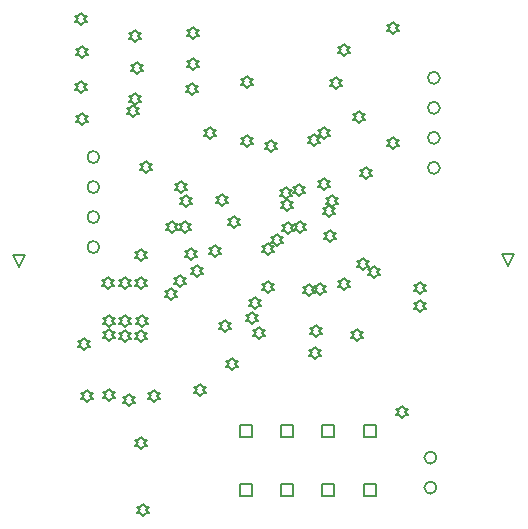
<source format=gbr>
%TF.GenerationSoftware,Altium Limited,Altium Designer,20.0.13 (296)*%
G04 Layer_Color=2752767*
%FSLAX25Y25*%
%MOIN*%
%TF.FileFunction,Drawing*%
%TF.Part,Single*%
G01*
G75*
%TA.AperFunction,NonConductor*%
%ADD61C,0.00500*%
%ADD80C,0.00667*%
D61*
X596453Y113033D02*
Y117033D01*
X600453D01*
Y113033D01*
X596453D01*
X582674D02*
Y117033D01*
X586674D01*
Y113033D01*
X582674D01*
X568894D02*
Y117033D01*
X572894D01*
Y113033D01*
X568894D01*
Y132718D02*
Y136718D01*
X572894D01*
Y132718D01*
X568894D01*
X582674D02*
Y136718D01*
X586674D01*
Y132718D01*
X582674D01*
X596453D02*
Y136718D01*
X600453D01*
Y132718D01*
X596453D01*
X610233D02*
Y136718D01*
X614233D01*
Y132718D01*
X610233D01*
Y113033D02*
Y117033D01*
X614233D01*
Y113033D01*
X610233D01*
X495469Y189607D02*
X493469Y193607D01*
X497469D01*
X495469Y189607D01*
X658523Y189869D02*
X656523Y193869D01*
X660523D01*
X658523Y189869D01*
X598907Y197863D02*
X599907Y198863D01*
X600907D01*
X599907Y199863D01*
X600907Y200863D01*
X599907D01*
X598907Y201863D01*
X597907Y200863D01*
X596907D01*
X597907Y199863D01*
X596907Y198863D01*
X597907D01*
X598907Y197863D01*
X599549Y209605D02*
X600550Y210605D01*
X601549D01*
X600550Y211605D01*
X601549Y212605D01*
X600550D01*
X599549Y213605D01*
X598550Y212605D01*
X597549D01*
X598550Y211605D01*
X597549Y210605D01*
X598550D01*
X599549Y209605D01*
X598553Y206143D02*
X599553Y207143D01*
X600553D01*
X599553Y208143D01*
X600553Y209143D01*
X599553D01*
X598553Y210143D01*
X597553Y209143D01*
X596553D01*
X597553Y208143D01*
X596553Y207143D01*
X597553D01*
X598553Y206143D01*
X597000Y215000D02*
X598000Y216000D01*
X599000D01*
X598000Y217000D01*
X599000Y218000D01*
X598000D01*
X597000Y219000D01*
X596000Y218000D01*
X595000D01*
X596000Y217000D01*
X595000Y216000D01*
X596000D01*
X597000Y215000D01*
X578505Y180768D02*
X579505Y181768D01*
X580505D01*
X579505Y182768D01*
X580505Y183768D01*
X579505D01*
X578505Y184768D01*
X577505Y183768D01*
X576505D01*
X577505Y182768D01*
X576505Y181768D01*
X577505D01*
X578505Y180768D01*
X566257Y155135D02*
X567257Y156135D01*
X568257D01*
X567257Y157135D01*
X568257Y158135D01*
X567257D01*
X566257Y159135D01*
X565257Y158135D01*
X564257D01*
X565257Y157135D01*
X564257Y156135D01*
X565257D01*
X566257Y155135D01*
X575311Y165361D02*
X576311Y166361D01*
X577311D01*
X576311Y167361D01*
X577311Y168361D01*
X576311D01*
X575311Y169361D01*
X574311Y168361D01*
X573311D01*
X574311Y167361D01*
X573311Y166361D01*
X574311D01*
X575311Y165361D01*
X592000Y179833D02*
X593000Y180833D01*
X594000D01*
X593000Y181833D01*
X594000Y182833D01*
X593000D01*
X592000Y183833D01*
X591000Y182833D01*
X590000D01*
X591000Y181833D01*
X590000Y180833D01*
X591000D01*
X592000Y179833D01*
X595668Y180206D02*
X596668Y181206D01*
X597668D01*
X596668Y182206D01*
X597668Y183206D01*
X596668D01*
X595668Y184206D01*
X594668Y183206D01*
X593668D01*
X594668Y182206D01*
X593668Y181206D01*
X594668D01*
X595668Y180206D01*
X573895Y175609D02*
X574895Y176609D01*
X575895D01*
X574895Y177609D01*
X575895Y178609D01*
X574895D01*
X573895Y179609D01*
X572895Y178609D01*
X571895D01*
X572895Y177609D01*
X571895Y176609D01*
X572895D01*
X573895Y175609D01*
X567000Y202500D02*
X568000Y203500D01*
X569000D01*
X568000Y204500D01*
X569000Y205500D01*
X568000D01*
X567000Y206500D01*
X566000Y205500D01*
X565000D01*
X566000Y204500D01*
X565000Y203500D01*
X566000D01*
X567000Y202500D01*
X554583Y186124D02*
X555583Y187124D01*
X556583D01*
X555583Y188124D01*
X556583Y189123D01*
X555583D01*
X554583Y190123D01*
X553583Y189123D01*
X552583D01*
X553583Y188124D01*
X552583Y187124D01*
X553583D01*
X554583Y186124D01*
X560797Y192669D02*
X561797Y193669D01*
X562797D01*
X561797Y194669D01*
X562797Y195669D01*
X561797D01*
X560797Y196669D01*
X559797Y195669D01*
X558797D01*
X559797Y194669D01*
X558797Y193669D01*
X559797D01*
X560797Y192669D01*
X552779Y191870D02*
X553779Y192870D01*
X554779D01*
X553779Y193870D01*
X554779Y194870D01*
X553779D01*
X552779Y195870D01*
X551779Y194870D01*
X550779D01*
X551779Y193870D01*
X550779Y192870D01*
X551779D01*
X552779Y191870D01*
X573182Y170442D02*
X574182Y171442D01*
X575182D01*
X574182Y172442D01*
X575182Y173442D01*
X574182D01*
X573182Y174442D01*
X572182Y173442D01*
X571182D01*
X572182Y172442D01*
X571182Y171442D01*
X572182D01*
X573182Y170442D01*
X562999Y209675D02*
X563999Y210675D01*
X564999D01*
X563999Y211675D01*
X564999Y212675D01*
X563999D01*
X562999Y213675D01*
X561999Y212675D01*
X560999D01*
X561999Y211675D01*
X560999Y210675D01*
X561999D01*
X562999Y209675D01*
X550662Y200863D02*
X551661Y201863D01*
X552662D01*
X551661Y202863D01*
X552662Y203863D01*
X551661D01*
X550662Y204863D01*
X549661Y203863D01*
X548662D01*
X549661Y202863D01*
X548662Y201863D01*
X549661D01*
X550662Y200863D01*
X601079Y248744D02*
X602079Y249744D01*
X603079D01*
X602079Y250744D01*
X603079Y251744D01*
X602079D01*
X601079Y252744D01*
X600079Y251744D01*
X599079D01*
X600079Y250744D01*
X599079Y249744D01*
X600079D01*
X601079Y248744D01*
X611007Y218676D02*
X612007Y219676D01*
X613007D01*
X612007Y220676D01*
X613007Y221676D01*
X612007D01*
X611007Y222676D01*
X610007Y221676D01*
X609007D01*
X610007Y220676D01*
X609007Y219676D01*
X610007D01*
X611007Y218676D01*
X546345Y200849D02*
X547345Y201849D01*
X548345D01*
X547345Y202849D01*
X548345Y203849D01*
X547345D01*
X546345Y204849D01*
X545345Y203849D01*
X544345D01*
X545345Y202849D01*
X544345Y201849D01*
X545345D01*
X546345Y200849D01*
X550892Y209401D02*
X551892Y210402D01*
X552892D01*
X551892Y211402D01*
X552892Y212402D01*
X551892D01*
X550892Y213402D01*
X549892Y212402D01*
X548892D01*
X549892Y211402D01*
X548892Y210402D01*
X549892D01*
X550892Y209401D01*
X578500Y193500D02*
X579500Y194500D01*
X580500D01*
X579500Y195500D01*
X580500Y196500D01*
X579500D01*
X578500Y197500D01*
X577500Y196500D01*
X576500D01*
X577500Y195500D01*
X576500Y194500D01*
X577500D01*
X578500Y193500D01*
X581463Y196422D02*
X582464Y197422D01*
X583463D01*
X582464Y198422D01*
X583463Y199422D01*
X582464D01*
X581463Y200422D01*
X580464Y199422D01*
X579463D01*
X580464Y198422D01*
X579463Y197422D01*
X580464D01*
X581463Y196422D01*
X584621Y208018D02*
X585621Y209018D01*
X586621D01*
X585621Y210018D01*
X586621Y211018D01*
X585621D01*
X584621Y212018D01*
X583621Y211018D01*
X582621D01*
X583621Y210018D01*
X582621Y209018D01*
X583621D01*
X584621Y208018D01*
X610056Y188386D02*
X611056Y189386D01*
X612056D01*
X611056Y190386D01*
X612056Y191386D01*
X611056D01*
X610056Y192386D01*
X609056Y191386D01*
X608056D01*
X609056Y190386D01*
X608056Y189386D01*
X609056D01*
X610056Y188386D01*
X549389Y214043D02*
X550389Y215043D01*
X551389D01*
X550389Y216043D01*
X551389Y217043D01*
X550389D01*
X549389Y218043D01*
X548389Y217043D01*
X547389D01*
X548389Y216043D01*
X547389Y215043D01*
X548389D01*
X549389Y214043D01*
X589024Y200985D02*
X590024Y201985D01*
X591024D01*
X590024Y202985D01*
X591024Y203985D01*
X590024D01*
X589024Y204985D01*
X588024Y203985D01*
X587024D01*
X588024Y202985D01*
X587024Y201985D01*
X588024D01*
X589024Y200985D01*
X588617Y213207D02*
X589617Y214207D01*
X590617D01*
X589617Y215207D01*
X590617Y216207D01*
X589617D01*
X588617Y217207D01*
X587617Y216207D01*
X586617D01*
X587617Y215207D01*
X586617Y214207D01*
X587617D01*
X588617Y213207D01*
X584271Y212098D02*
X585271Y213098D01*
X586271D01*
X585271Y214098D01*
X586271Y215098D01*
X585271D01*
X584271Y216098D01*
X583271Y215098D01*
X582271D01*
X583271Y214098D01*
X582271Y213098D01*
X583271D01*
X584271Y212098D01*
X585000Y200500D02*
X586000Y201500D01*
X587000D01*
X586000Y202500D01*
X587000Y203500D01*
X586000D01*
X585000Y204500D01*
X584000Y203500D01*
X583000D01*
X584000Y202500D01*
X583000Y201500D01*
X584000D01*
X585000Y200500D01*
X536098Y164442D02*
X537098Y165442D01*
X538098D01*
X537098Y166442D01*
X538098Y167442D01*
X537098D01*
X536098Y168442D01*
X535098Y167442D01*
X534098D01*
X535098Y166442D01*
X534098Y165442D01*
X535098D01*
X536098Y164442D01*
X536243Y169330D02*
X537243Y170330D01*
X538243D01*
X537243Y171330D01*
X538243Y172330D01*
X537243D01*
X536243Y173330D01*
X535243Y172330D01*
X534243D01*
X535243Y171330D01*
X534243Y170330D01*
X535243D01*
X536243Y169330D01*
X549060Y182862D02*
X550060Y183862D01*
X551060D01*
X550060Y184862D01*
X551060Y185862D01*
X550060D01*
X549060Y186862D01*
X548060Y185862D01*
X547060D01*
X548060Y184862D01*
X547060Y183862D01*
X548060D01*
X549060Y182862D01*
X607977Y164718D02*
X608977Y165718D01*
X609977D01*
X608977Y166718D01*
X609977Y167718D01*
X608977D01*
X607977Y168718D01*
X606977Y167718D01*
X605977D01*
X606977Y166718D01*
X605977Y165718D01*
X606977D01*
X607977Y164718D01*
X571460Y249135D02*
X572460Y250135D01*
X573460D01*
X572460Y251135D01*
X573460Y252135D01*
X572460D01*
X571460Y253135D01*
X570460Y252135D01*
X569460D01*
X570460Y251135D01*
X569460Y250135D01*
X570460D01*
X571460Y249135D01*
X525488Y164720D02*
X526487Y165720D01*
X527488D01*
X526487Y166720D01*
X527488Y167720D01*
X526487D01*
X525488Y168720D01*
X524487Y167720D01*
X523488D01*
X524487Y166720D01*
X523488Y165720D01*
X524487D01*
X525488Y164720D01*
X530724Y164383D02*
X531724Y165383D01*
X532724D01*
X531724Y166383D01*
X532724Y167383D01*
X531724D01*
X530724Y168383D01*
X529724Y167383D01*
X528724D01*
X529724Y166383D01*
X528724Y165383D01*
X529724D01*
X530724Y164383D01*
X531900Y143297D02*
X532900Y144297D01*
X533900D01*
X532900Y145297D01*
X533900Y146297D01*
X532900D01*
X531900Y147297D01*
X530900Y146297D01*
X529900D01*
X530900Y145297D01*
X529900Y144297D01*
X530900D01*
X531900Y143297D01*
X559179Y232178D02*
X560180Y233178D01*
X561179D01*
X560180Y234178D01*
X561179Y235178D01*
X560180D01*
X559179Y236178D01*
X558180Y235178D01*
X557179D01*
X558180Y234178D01*
X557179Y233178D01*
X558180D01*
X559179Y232178D01*
X536610Y106608D02*
X537609Y107608D01*
X538610D01*
X537609Y108608D01*
X538610Y109608D01*
X537609D01*
X536610Y110608D01*
X535609Y109608D01*
X534610D01*
X535609Y108608D01*
X534610Y107608D01*
X535609D01*
X536610Y106608D01*
X517109Y161801D02*
X518110Y162801D01*
X519109D01*
X518110Y163801D01*
X519109Y164801D01*
X518110D01*
X517109Y165800D01*
X516110Y164801D01*
X515109D01*
X516110Y163801D01*
X515109Y162801D01*
X516110D01*
X517109Y161801D01*
X596928Y232133D02*
X597928Y233133D01*
X598928D01*
X597928Y234133D01*
X598928Y235133D01*
X597928D01*
X596928Y236133D01*
X595928Y235133D01*
X594928D01*
X595928Y234133D01*
X594928Y233133D01*
X595928D01*
X596928Y232133D01*
X545942Y178578D02*
X546942Y179578D01*
X547942D01*
X546942Y180578D01*
X547942Y181578D01*
X546942D01*
X545942Y182578D01*
X544942Y181578D01*
X543942D01*
X544942Y180578D01*
X543942Y179578D01*
X544942D01*
X545942Y178578D01*
X535868Y182012D02*
X536868Y183012D01*
X537868D01*
X536868Y184012D01*
X537868Y185012D01*
X536868D01*
X535868Y186012D01*
X534868Y185012D01*
X533868D01*
X534868Y184012D01*
X533868Y183012D01*
X534868D01*
X535868Y182012D01*
X530754D02*
X531754Y183012D01*
X532754D01*
X531754Y184012D01*
X532754Y185012D01*
X531754D01*
X530754Y186012D01*
X529754Y185012D01*
X528754D01*
X529754Y184012D01*
X528754Y183012D01*
X529754D01*
X530754Y182012D01*
X525020D02*
X526020Y183012D01*
X527020D01*
X526020Y184012D01*
X527020Y185012D01*
X526020D01*
X525020Y186012D01*
X524020Y185012D01*
X523020D01*
X524020Y184012D01*
X523020Y183012D01*
X524020D01*
X525020Y182012D01*
X540353Y144526D02*
X541353Y145526D01*
X542353D01*
X541353Y146526D01*
X542353Y147526D01*
X541353D01*
X540353Y148526D01*
X539353Y147526D01*
X538353D01*
X539353Y146526D01*
X538353Y145526D01*
X539353D01*
X540353Y144526D01*
X555546Y146403D02*
X556546Y147403D01*
X557546D01*
X556546Y148403D01*
X557546Y149403D01*
X556546D01*
X555546Y150403D01*
X554546Y149403D01*
X553546D01*
X554546Y148403D01*
X553546Y147403D01*
X554546D01*
X555546Y146403D01*
X530822Y169539D02*
X531822Y170539D01*
X532822D01*
X531822Y171539D01*
X532822Y172539D01*
X531822D01*
X530822Y173539D01*
X529822Y172539D01*
X528822D01*
X529822Y171539D01*
X528822Y170539D01*
X529822D01*
X530822Y169539D01*
X525460Y169459D02*
X526460Y170459D01*
X527460D01*
X526460Y171459D01*
X527460Y172459D01*
X526460D01*
X525460Y173459D01*
X524460Y172459D01*
X523460D01*
X524460Y171459D01*
X523460Y170459D01*
X524460D01*
X525460Y169459D01*
X620022Y228882D02*
X621022Y229882D01*
X622022D01*
X621022Y230882D01*
X622022Y231882D01*
X621022D01*
X620022Y232882D01*
X619022Y231882D01*
X618022D01*
X619022Y230882D01*
X618022Y229882D01*
X619022D01*
X620022Y228882D01*
X533864Y243607D02*
X534864Y244607D01*
X535864D01*
X534864Y245607D01*
X535864Y246607D01*
X534864D01*
X533864Y247607D01*
X532864Y246607D01*
X531864D01*
X532864Y245607D01*
X531864Y244607D01*
X532864D01*
X533864Y243607D01*
X553138Y246837D02*
X554138Y247837D01*
X555138D01*
X554138Y248837D01*
X555138Y249837D01*
X554138D01*
X553138Y250837D01*
X552138Y249837D01*
X551138D01*
X552138Y248837D01*
X551138Y247837D01*
X552138D01*
X553138Y246837D01*
X553455Y255251D02*
X554455Y256251D01*
X555455D01*
X554455Y257251D01*
X555455Y258251D01*
X554455D01*
X553455Y259251D01*
X552455Y258251D01*
X551455D01*
X552455Y257251D01*
X551455Y256251D01*
X552455D01*
X553455Y255251D01*
X533209Y239490D02*
X534209Y240490D01*
X535209D01*
X534209Y241490D01*
X535209Y242490D01*
X534209D01*
X533209Y243490D01*
X532209Y242490D01*
X531209D01*
X532209Y241490D01*
X531209Y240490D01*
X532209D01*
X533209Y239490D01*
X534004Y264329D02*
X535004Y265329D01*
X536004D01*
X535004Y266329D01*
X536004Y267329D01*
X535004D01*
X534004Y268329D01*
X533004Y267329D01*
X532004D01*
X533004Y266329D01*
X532004Y265329D01*
X533004D01*
X534004Y264329D01*
X534770Y253898D02*
X535771Y254897D01*
X536770D01*
X535771Y255897D01*
X536770Y256897D01*
X535771D01*
X534770Y257897D01*
X533771Y256897D01*
X532770D01*
X533771Y255897D01*
X532770Y254897D01*
X533771D01*
X534770Y253898D01*
X594007Y158716D02*
X595007Y159716D01*
X596007D01*
X595007Y160716D01*
X596007Y161716D01*
X595007D01*
X594007Y162716D01*
X593007Y161716D01*
X592007D01*
X593007Y160716D01*
X592007Y159716D01*
X593007D01*
X594007Y158716D01*
X516063Y269997D02*
X517063Y270997D01*
X518063D01*
X517063Y271997D01*
X518063Y272997D01*
X517063D01*
X516063Y273997D01*
X515063Y272997D01*
X514063D01*
X515063Y271997D01*
X514063Y270997D01*
X515063D01*
X516063Y269997D01*
X516425Y259227D02*
X517425Y260227D01*
X518425D01*
X517425Y261227D01*
X518425Y262227D01*
X517425D01*
X516425Y263227D01*
X515425Y262227D01*
X514425D01*
X515425Y261227D01*
X514425Y260227D01*
X515425D01*
X516425Y259227D01*
X516031Y247464D02*
X517031Y248464D01*
X518031D01*
X517031Y249464D01*
X518031Y250464D01*
X517031D01*
X516031Y251464D01*
X515031Y250464D01*
X514031D01*
X515031Y249464D01*
X514031Y248464D01*
X515031D01*
X516031Y247464D01*
X516379Y236966D02*
X517379Y237966D01*
X518379D01*
X517379Y238966D01*
X518379Y239966D01*
X517379D01*
X516379Y240966D01*
X515379Y239966D01*
X514379D01*
X515379Y238966D01*
X514379Y237966D01*
X515379D01*
X516379Y236966D01*
X537640Y220783D02*
X538640Y221783D01*
X539641D01*
X538640Y222783D01*
X539641Y223783D01*
X538640D01*
X537640Y224783D01*
X536641Y223783D01*
X535640D01*
X536641Y222783D01*
X535640Y221783D01*
X536641D01*
X537640Y220783D01*
X608696Y237446D02*
X609696Y238446D01*
X610696D01*
X609696Y239446D01*
X610696Y240446D01*
X609696D01*
X608696Y241446D01*
X607696Y240446D01*
X606696D01*
X607696Y239446D01*
X606696Y238446D01*
X607696D01*
X608696Y237446D01*
X629082Y180595D02*
X630082Y181595D01*
X631082D01*
X630082Y182595D01*
X631082Y183595D01*
X630082D01*
X629082Y184595D01*
X628082Y183595D01*
X627082D01*
X628082Y182595D01*
X627082Y181595D01*
X628082D01*
X629082Y180595D01*
X628868Y174372D02*
X629868Y175372D01*
X630868D01*
X629868Y176372D01*
X630868Y177372D01*
X629868D01*
X628868Y178372D01*
X627868Y177372D01*
X626868D01*
X627868Y176372D01*
X626868Y175372D01*
X627868D01*
X628868Y174372D01*
X594271Y166156D02*
X595271Y167156D01*
X596271D01*
X595271Y168156D01*
X596271Y169156D01*
X595271D01*
X594271Y170156D01*
X593271Y169156D01*
X592271D01*
X593271Y168156D01*
X592271Y167156D01*
X593271D01*
X594271Y166156D01*
X525412Y144894D02*
X526411Y145894D01*
X527412D01*
X526411Y146894D01*
X527412Y147894D01*
X526411D01*
X525412Y148894D01*
X524411Y147894D01*
X523412D01*
X524411Y146894D01*
X523412Y145894D01*
X524411D01*
X525412Y144894D01*
X518172Y144559D02*
X519172Y145559D01*
X520172D01*
X519172Y146559D01*
X520172Y147559D01*
X519172D01*
X518172Y148559D01*
X517172Y147559D01*
X516172D01*
X517172Y146559D01*
X516172Y145559D01*
X517172D01*
X518172Y144559D01*
X571304Y229365D02*
X572304Y230365D01*
X573304D01*
X572304Y231365D01*
X573304Y232365D01*
X572304D01*
X571304Y233365D01*
X570304Y232365D01*
X569304D01*
X570304Y231365D01*
X569304Y230365D01*
X570304D01*
X571304Y229365D01*
X563949Y167868D02*
X564949Y168868D01*
X565949D01*
X564949Y169868D01*
X565949Y170868D01*
X564949D01*
X563949Y171868D01*
X562949Y170868D01*
X561949D01*
X562949Y169868D01*
X561949Y168868D01*
X562949D01*
X563949Y167868D01*
X593819Y229747D02*
X594818Y230747D01*
X595819D01*
X594818Y231747D01*
X595819Y232747D01*
X594818D01*
X593819Y233747D01*
X592818Y232747D01*
X591819D01*
X592818Y231747D01*
X591819Y230747D01*
X592818D01*
X593819Y229747D01*
X603826Y181794D02*
X604826Y182794D01*
X605826D01*
X604826Y183794D01*
X605826Y184794D01*
X604826D01*
X603826Y185794D01*
X602826Y184794D01*
X601826D01*
X602826Y183794D01*
X601826Y182794D01*
X602826D01*
X603826Y181794D01*
X613836Y185672D02*
X614836Y186672D01*
X615836D01*
X614836Y187672D01*
X615836Y188672D01*
X614836D01*
X613836Y189672D01*
X612836Y188672D01*
X611836D01*
X612836Y187672D01*
X611836Y186672D01*
X612836D01*
X613836Y185672D01*
X579195Y227878D02*
X580195Y228878D01*
X581195D01*
X580195Y229878D01*
X581195Y230878D01*
X580195D01*
X579195Y231878D01*
X578195Y230878D01*
X577195D01*
X578195Y229878D01*
X577195Y228878D01*
X578195D01*
X579195Y227878D01*
X536026Y191604D02*
X537026Y192604D01*
X538026D01*
X537026Y193604D01*
X538026Y194604D01*
X537026D01*
X536026Y195604D01*
X535026Y194604D01*
X534026D01*
X535026Y193604D01*
X534026Y192604D01*
X535026D01*
X536026Y191604D01*
X620128Y267240D02*
X621128Y268240D01*
X622128D01*
X621128Y269240D01*
X622128Y270240D01*
X621128D01*
X620128Y271240D01*
X619128Y270240D01*
X618128D01*
X619128Y269240D01*
X618128Y268240D01*
X619128D01*
X620128Y267240D01*
X603624Y259821D02*
X604624Y260821D01*
X605624D01*
X604624Y261821D01*
X605624Y262821D01*
X604624D01*
X603624Y263821D01*
X602624Y262821D01*
X601624D01*
X602624Y261821D01*
X601624Y260821D01*
X602624D01*
X603624Y259821D01*
X553488Y265336D02*
X554488Y266336D01*
X555488D01*
X554488Y267336D01*
X555488Y268336D01*
X554488D01*
X553488Y269336D01*
X552488Y268336D01*
X551488D01*
X552488Y267336D01*
X551488Y266336D01*
X552488D01*
X553488Y265336D01*
X622921Y139068D02*
X623921Y140068D01*
X624921D01*
X623921Y141068D01*
X624921Y142068D01*
X623921D01*
X622921Y143068D01*
X621921Y142068D01*
X620921D01*
X621921Y141068D01*
X620921Y140068D01*
X621921D01*
X622921Y139068D01*
X535945Y128725D02*
X536945Y129725D01*
X537945D01*
X536945Y130725D01*
X537945Y131725D01*
X536945D01*
X535945Y132725D01*
X534945Y131725D01*
X533945D01*
X534945Y130725D01*
X533945Y129725D01*
X534945D01*
X535945Y128725D01*
D80*
X634500Y115961D02*
G03*
X634500Y115961I-2000J0D01*
G01*
Y125961D02*
G03*
X634500Y125961I-2000J0D01*
G01*
X522139Y226137D02*
G03*
X522139Y226137I-2000J0D01*
G01*
Y206137D02*
G03*
X522139Y206137I-2000J0D01*
G01*
Y196137D02*
G03*
X522139Y196137I-2000J0D01*
G01*
Y216137D02*
G03*
X522139Y216137I-2000J0D01*
G01*
X635638Y222554D02*
G03*
X635638Y222554I-2000J0D01*
G01*
Y242554D02*
G03*
X635638Y242554I-2000J0D01*
G01*
Y252554D02*
G03*
X635638Y252554I-2000J0D01*
G01*
Y232554D02*
G03*
X635638Y232554I-2000J0D01*
G01*
%TF.MD5,c1a844fcda7366f848d9d00d80e98c3a*%
M02*

</source>
